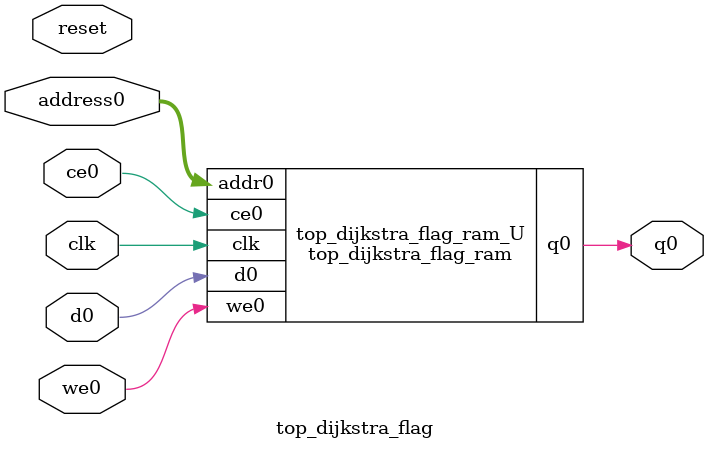
<source format=v>

`timescale 1 ns / 1 ps
module top_dijkstra_flag_ram (addr0, ce0, d0, we0, q0,  clk);

parameter DWIDTH = 1;
parameter AWIDTH = 6;
parameter MEM_SIZE = 38;

input[AWIDTH-1:0] addr0;
input ce0;
input[DWIDTH-1:0] d0;
input we0;
output reg[DWIDTH-1:0] q0;
input clk;

(* ram_style = "distributed" *)reg [DWIDTH-1:0] ram[MEM_SIZE-1:0];




always @(posedge clk)  
begin 
    if (ce0) 
    begin
        if (we0) 
        begin 
            ram[addr0] <= d0; 
            q0 <= d0;
        end 
        else 
            q0 <= ram[addr0];
    end
end


endmodule


`timescale 1 ns / 1 ps
module top_dijkstra_flag(
    reset,
    clk,
    address0,
    ce0,
    we0,
    d0,
    q0);

parameter DataWidth = 32'd1;
parameter AddressRange = 32'd38;
parameter AddressWidth = 32'd6;
input reset;
input clk;
input[AddressWidth - 1:0] address0;
input ce0;
input we0;
input[DataWidth - 1:0] d0;
output[DataWidth - 1:0] q0;



top_dijkstra_flag_ram top_dijkstra_flag_ram_U(
    .clk( clk ),
    .addr0( address0 ),
    .ce0( ce0 ),
    .d0( d0 ),
    .we0( we0 ),
    .q0( q0 ));

endmodule


</source>
